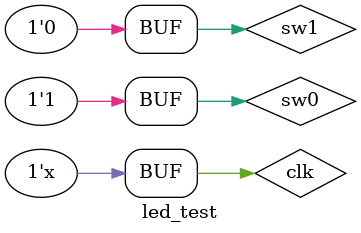
<source format=v>
`timescale 1ns / 1ps


module led_test;

	// Inputs
	reg sw0;
	reg sw1;
	reg clk;

	// Outputs
	wire [15:0] led;

	// Instantiate the Unit Under Test (UUT)
	animation uut (
		.sw0(sw0), 
		.sw1(sw1), 
		.clk(clk), 
		.led(led)
	);
		

	initial begin
		// Initialize Inputs
		sw0 = 0;
		sw1 = 0;
		clk = 0;

		// Wait 100 ns for global reset to finish
		#100
		sw0 = 1;
		sw1 = 0;
		/*
		#10
		sw0 = 0;
		sw1 = 1;
		#10000
		sw0 = 1;
		sw1 = 1;*/
	end
	
   always begin
			#1 clk = !clk;
	end
endmodule

</source>
